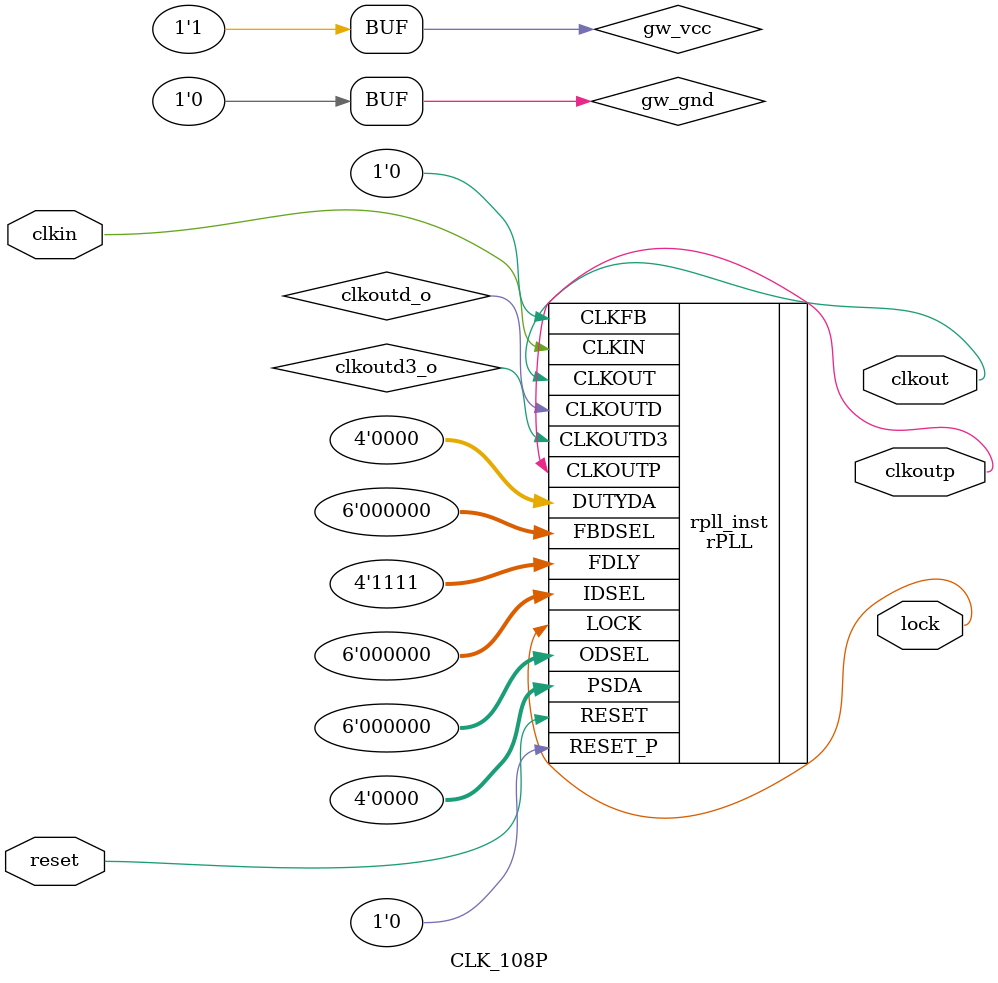
<source format=v>

module CLK_108P (clkout, lock, clkoutp, reset, clkin);

output clkout;
output lock;
output clkoutp;
input reset;
input clkin;

wire clkoutd_o;
wire clkoutd3_o;
wire gw_vcc;
wire gw_gnd;

assign gw_vcc = 1'b1;
assign gw_gnd = 1'b0;

rPLL rpll_inst (
    .CLKOUT(clkout),
    .LOCK(lock),
    .CLKOUTP(clkoutp),
    .CLKOUTD(clkoutd_o),
    .CLKOUTD3(clkoutd3_o),
    .RESET(reset),
    .RESET_P(gw_gnd),
    .CLKIN(clkin),
    .CLKFB(gw_gnd),
    .FBDSEL({gw_gnd,gw_gnd,gw_gnd,gw_gnd,gw_gnd,gw_gnd}),
    .IDSEL({gw_gnd,gw_gnd,gw_gnd,gw_gnd,gw_gnd,gw_gnd}),
    .ODSEL({gw_gnd,gw_gnd,gw_gnd,gw_gnd,gw_gnd,gw_gnd}),
    .PSDA({gw_gnd,gw_gnd,gw_gnd,gw_gnd}),
    .DUTYDA({gw_gnd,gw_gnd,gw_gnd,gw_gnd}),
    .FDLY({gw_vcc,gw_vcc,gw_vcc,gw_vcc})
);

defparam rpll_inst.FCLKIN = "27";
defparam rpll_inst.DYN_IDIV_SEL = "false";
defparam rpll_inst.IDIV_SEL = 0;
defparam rpll_inst.DYN_FBDIV_SEL = "false";
defparam rpll_inst.FBDIV_SEL = 3;
defparam rpll_inst.DYN_ODIV_SEL = "false";
defparam rpll_inst.ODIV_SEL = 8;
defparam rpll_inst.PSDA_SEL = "1000";
defparam rpll_inst.DYN_DA_EN = "false";
defparam rpll_inst.DUTYDA_SEL = "1000";
defparam rpll_inst.CLKOUT_FT_DIR = 1'b1;
defparam rpll_inst.CLKOUTP_FT_DIR = 1'b1;
defparam rpll_inst.CLKOUT_DLY_STEP = 0;
defparam rpll_inst.CLKOUTP_DLY_STEP = 0;
defparam rpll_inst.CLKFB_SEL = "internal";
defparam rpll_inst.CLKOUT_BYPASS = "false";
defparam rpll_inst.CLKOUTP_BYPASS = "false";
defparam rpll_inst.CLKOUTD_BYPASS = "false";
defparam rpll_inst.DYN_SDIV_SEL = 2;
defparam rpll_inst.CLKOUTD_SRC = "CLKOUT";
defparam rpll_inst.CLKOUTD3_SRC = "CLKOUT";
defparam rpll_inst.DEVICE = "GW2AR-18C";

endmodule //CLK_108P

</source>
